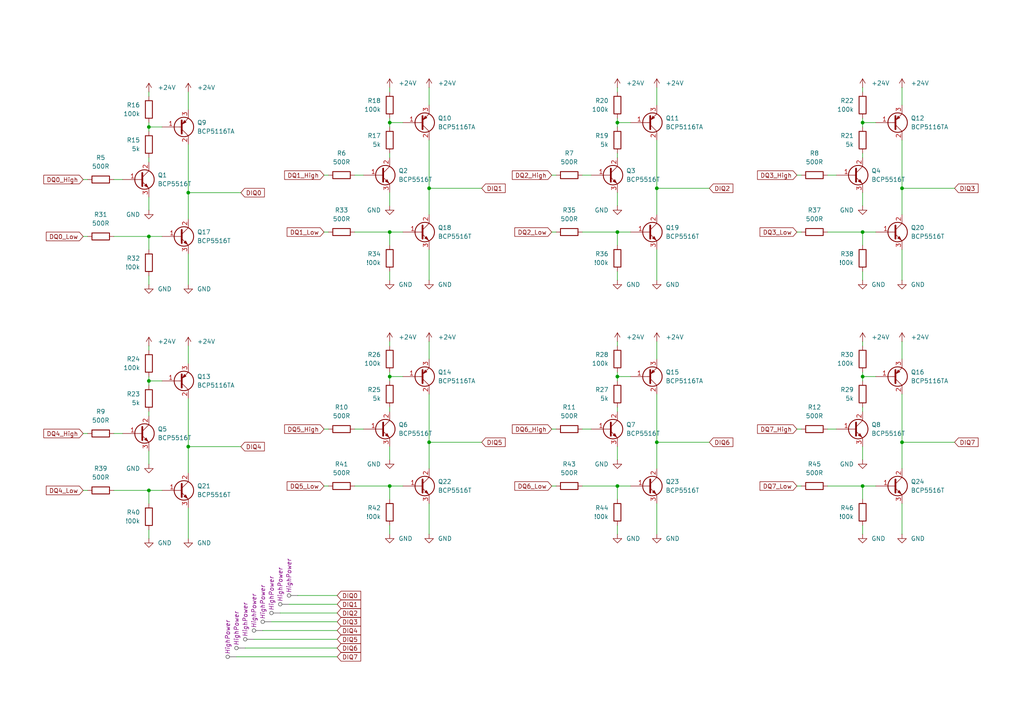
<source format=kicad_sch>
(kicad_sch (version 20231120) (generator "eeschema") (generator_version "8.0")
  (paper "A4")
  (title_block (title "PLC IO Module") (rev "1.0.0") (company "Dawid Kania"))
  (lib_symbols
    (symbol "Device:R" (pin_numbers hide) (pin_names (offset 0))
      (property "Reference" "R" (at 2.032 0 90))
      (property "Value" "R" (at 0 0 90))
      (symbol "R_0_1"
        (rectangle (start -1.016 -2.54) (end 1.016 2.54) (stroke (width 0.254)))
      )
      (symbol "R_1_1"
        (pin passive line (at 0 3.81 270) (length 1.27) (name "~") (number "1"))
        (pin passive line (at 0 -3.81 90) (length 1.27) (name "~") (number "2"))
      )
    )
    (symbol "Transistor_BJT:BCP51" (pin_names (offset 0) hide)
      (property "Reference" "Q" (at 5.08 1.905 0))
      (property "Value" "BCP51" (at 5.08 0 0))
      (symbol "BCP51_0_1"
        (polyline (pts (xy 0 0) (xy 0.635 0)))
        (polyline (pts (xy 2.54 -2.54) (xy 0.635 -0.635)))
        (polyline (pts (xy 2.54 2.54) (xy 0.635 0.635)))
        (polyline (pts (xy 0.635 1.905) (xy 0.635 -1.905) (xy 0.635 -1.905)) (stroke (width 0.508)) (fill (type outline)))
        (polyline (pts (xy 1.397 -1.905) (xy 1.905 -1.397) (xy 0.889 -0.889) (xy 1.397 -1.905) (xy 1.397 -1.905)) (fill (type outline)))
        (circle (center 1.27 0) (radius 2.8194) (stroke (width 0.254)))
      )
      (symbol "BCP51_1_1"
        (pin input line (at -5.08 0 0) (length 5.08) (name "B") (number "1"))
        (pin passive line (at 2.54 5.08 270) (length 2.54) (name "C") (number "2"))
        (pin passive line (at 2.54 -5.08 90) (length 2.54) (name "E") (number "3"))
      )
    )
    (symbol "Transistor_BJT:BCP56" (pin_names (offset 0) hide)
      (property "Reference" "Q" (at 5.08 1.905 0))
      (property "Value" "BCP56" (at 5.08 0 0))
      (symbol "BCP56_0_1"
        (polyline (pts (xy 0.635 0.635) (xy 2.54 2.54)))
        (polyline (pts (xy 0.635 -0.635) (xy 2.54 -2.54) (xy 2.54 -2.54)))
        (polyline (pts (xy 0.635 1.905) (xy 0.635 -1.905) (xy 0.635 -1.905)) (stroke (width 0.508)))
        (polyline (pts (xy 1.27 -1.778) (xy 1.778 -1.27) (xy 2.286 -2.286) (xy 1.27 -1.778) (xy 1.27 -1.778)) (fill (type outline)))
        (circle (center 1.27 0) (radius 2.8194) (stroke (width 0.254)))
      )
      (symbol "BCP56_1_1"
        (pin input line (at -5.08 0 0) (length 5.715) (name "B") (number "1"))
        (pin passive line (at 2.54 5.08 270) (length 2.54) (name "C") (number "2"))
        (pin passive line (at 2.54 -5.08 90) (length 2.54) (name "E") (number "3"))
        (pin passive line (at 2.54 5.08 270) (length 2.54) hide (name "C") (number "4"))
      )
    )
    (symbol "power:+24V" (power) (pin_numbers hide) (pin_names (offset 0) hide)
      (property "Value" "+24V" (at 0 3.556 0))
      (symbol "+24V_0_1"
        (polyline (pts (xy -0.762 1.27) (xy 0 2.54)))
        (polyline (pts (xy 0 0) (xy 0 2.54)))
        (polyline (pts (xy 0 2.54) (xy 0.762 1.27)))
      )
      (symbol "+24V_1_1"
        (pin power_in line (at 0 0 90) (length 0) (name "~") (number "1"))
      )
    )
    (symbol "power:GND" (power) (pin_numbers hide) (pin_names (offset 0) hide)
      (property "Value" "GND" (at 0 -3.81 0))
      (symbol "GND_0_1"
        (polyline (pts (xy 0 0) (xy 0 -1.27) (xy 1.27 -1.27) (xy 0 -2.54) (xy -1.27 -1.27) (xy 0 -1.27)))
      )
      (symbol "GND_1_1"
        (pin power_in line (at 0 0 270) (length 0) (name "~") (number "1"))
      )
    )
  )
  (junction (at 250.19 109.22))
  (junction (at 179.07 35.56))
  (junction (at 250.19 35.56))
  (junction (at 54.61 129.54))
  (junction (at 43.18 36.83))
  (junction (at 43.18 110.49))
  (junction (at 179.07 67.31))
  (junction (at 113.03 35.56))
  (junction (at 261.62 128.27))
  (junction (at 190.5 54.61))
  (junction (at 113.03 140.97))
  (junction (at 250.19 140.97))
  (junction (at 190.5 128.27))
  (junction (at 179.07 109.22))
  (junction (at 124.46 128.27))
  (junction (at 124.46 54.61))
  (junction (at 250.19 67.31))
  (junction (at 113.03 67.31))
  (junction (at 113.03 109.22))
  (junction (at 179.07 140.97))
  (junction (at 54.61 55.88))
  (junction (at 43.18 68.58))
  (junction (at 43.18 142.24))
  (junction (at 261.62 54.61))
  (wire (pts (xy 182.88 109.22) (xy 179.07 109.22)))
  (wire (pts (xy 168.91 124.46) (xy 171.45 124.46)))
  (wire (pts (xy 240.03 140.97) (xy 250.19 140.97)))
  (wire (pts (xy 179.07 78.74) (xy 179.07 81.28)))
  (wire (pts (xy 240.03 67.31) (xy 250.19 67.31)))
  (wire (pts (xy 33.02 125.73) (xy 35.56 125.73)))
  (wire (pts (xy 113.03 25.4) (xy 113.03 26.67)))
  (wire (pts (xy 113.03 55.88) (xy 113.03 59.69)))
  (wire (pts (xy 124.46 25.4) (xy 124.46 30.48)))
  (wire (pts (xy 93.98 50.8) (xy 95.25 50.8)))
  (wire (pts (xy 78.74 180.34) (xy 97.79 180.34)))
  (wire (pts (xy 24.13 125.73) (xy 25.4 125.73)))
  (wire (pts (xy 179.07 118.11) (xy 179.07 119.38)))
  (wire (pts (xy 179.07 25.4) (xy 179.07 26.67)))
  (wire (pts (xy 113.03 129.54) (xy 113.03 133.35)))
  (wire (pts (xy 179.07 67.31) (xy 182.88 67.31)))
  (wire (pts (xy 43.18 35.56) (xy 43.18 36.83)))
  (wire (pts (xy 261.62 128.27) (xy 261.62 135.89)))
  (wire (pts (xy 124.46 99.06) (xy 124.46 104.14)))
  (wire (pts (xy 43.18 130.81) (xy 43.18 134.62)))
  (wire (pts (xy 76.2 182.88) (xy 97.79 182.88)))
  (wire (pts (xy 190.5 25.4) (xy 190.5 30.48)))
  (wire (pts (xy 190.5 114.3) (xy 190.5 128.27)))
  (wire (pts (xy 179.07 152.4) (xy 179.07 154.94)))
  (wire (pts (xy 54.61 41.91) (xy 54.61 55.88)))
  (wire (pts (xy 54.61 55.88) (xy 69.85 55.88)))
  (wire (pts (xy 93.98 140.97) (xy 95.25 140.97)))
  (wire (pts (xy 124.46 40.64) (xy 124.46 54.61)))
  (wire (pts (xy 43.18 142.24) (xy 43.18 146.05)))
  (wire (pts (xy 43.18 80.01) (xy 43.18 82.55)))
  (wire (pts (xy 231.14 124.46) (xy 232.41 124.46)))
  (wire (pts (xy 124.46 54.61) (xy 139.7 54.61)))
  (wire (pts (xy 54.61 129.54) (xy 69.85 129.54)))
  (wire (pts (xy 113.03 140.97) (xy 116.84 140.97)))
  (wire (pts (xy 250.19 78.74) (xy 250.19 81.28)))
  (wire (pts (xy 33.02 68.58) (xy 43.18 68.58)))
  (wire (pts (xy 190.5 146.05) (xy 190.5 154.94)))
  (wire (pts (xy 179.07 55.88) (xy 179.07 59.69)))
  (wire (pts (xy 113.03 152.4) (xy 113.03 154.94)))
  (wire (pts (xy 73.66 185.42) (xy 97.79 185.42)))
  (wire (pts (xy 179.07 107.95) (xy 179.07 109.22)))
  (wire (pts (xy 254 109.22) (xy 250.19 109.22)))
  (wire (pts (xy 43.18 100.33) (xy 43.18 101.6)))
  (wire (pts (xy 102.87 140.97) (xy 113.03 140.97)))
  (wire (pts (xy 168.91 140.97) (xy 179.07 140.97)))
  (wire (pts (xy 250.19 99.06) (xy 250.19 100.33)))
  (wire (pts (xy 113.03 99.06) (xy 113.03 100.33)))
  (wire (pts (xy 250.19 34.29) (xy 250.19 35.56)))
  (wire (pts (xy 261.62 72.39) (xy 261.62 81.28)))
  (wire (pts (xy 179.07 99.06) (xy 179.07 100.33)))
  (wire (pts (xy 182.88 35.56) (xy 179.07 35.56)))
  (wire (pts (xy 43.18 110.49) (xy 43.18 111.76)))
  (wire (pts (xy 250.19 44.45) (xy 250.19 45.72)))
  (wire (pts (xy 261.62 114.3) (xy 261.62 128.27)))
  (wire (pts (xy 124.46 54.61) (xy 124.46 62.23)))
  (wire (pts (xy 231.14 67.31) (xy 232.41 67.31)))
  (wire (pts (xy 261.62 40.64) (xy 261.62 54.61)))
  (wire (pts (xy 113.03 67.31) (xy 116.84 67.31)))
  (wire (pts (xy 43.18 68.58) (xy 46.99 68.58)))
  (wire (pts (xy 160.02 50.8) (xy 161.29 50.8)))
  (wire (pts (xy 54.61 100.33) (xy 54.61 105.41)))
  (wire (pts (xy 168.91 50.8) (xy 171.45 50.8)))
  (wire (pts (xy 54.61 26.67) (xy 54.61 31.75)))
  (wire (pts (xy 54.61 73.66) (xy 54.61 82.55)))
  (wire (pts (xy 261.62 128.27) (xy 276.86 128.27)))
  (wire (pts (xy 190.5 40.64) (xy 190.5 54.61)))
  (wire (pts (xy 250.19 25.4) (xy 250.19 26.67)))
  (wire (pts (xy 43.18 26.67) (xy 43.18 27.94)))
  (wire (pts (xy 46.99 110.49) (xy 43.18 110.49)))
  (wire (pts (xy 124.46 114.3) (xy 124.46 128.27)))
  (wire (pts (xy 179.07 129.54) (xy 179.07 133.35)))
  (wire (pts (xy 113.03 78.74) (xy 113.03 81.28)))
  (wire (pts (xy 102.87 50.8) (xy 105.41 50.8)))
  (wire (pts (xy 240.03 124.46) (xy 242.57 124.46)))
  (wire (pts (xy 24.13 52.07) (xy 25.4 52.07)))
  (wire (pts (xy 93.98 67.31) (xy 95.25 67.31)))
  (wire (pts (xy 43.18 153.67) (xy 43.18 156.21)))
  (wire (pts (xy 124.46 128.27) (xy 139.7 128.27)))
  (wire (pts (xy 93.98 124.46) (xy 95.25 124.46)))
  (wire (pts (xy 168.91 67.31) (xy 179.07 67.31)))
  (wire (pts (xy 254 35.56) (xy 250.19 35.56)))
  (wire (pts (xy 250.19 152.4) (xy 250.19 154.94)))
  (wire (pts (xy 250.19 107.95) (xy 250.19 109.22)))
  (wire (pts (xy 71.12 187.96) (xy 97.79 187.96)))
  (wire (pts (xy 179.07 44.45) (xy 179.07 45.72)))
  (wire (pts (xy 261.62 54.61) (xy 261.62 62.23)))
  (wire (pts (xy 43.18 119.38) (xy 43.18 120.65)))
  (wire (pts (xy 43.18 45.72) (xy 43.18 46.99)))
  (wire (pts (xy 43.18 109.22) (xy 43.18 110.49)))
  (wire (pts (xy 116.84 35.56) (xy 113.03 35.56)))
  (wire (pts (xy 250.19 140.97) (xy 254 140.97)))
  (wire (pts (xy 179.07 140.97) (xy 179.07 144.78)))
  (wire (pts (xy 86.36 172.72) (xy 97.79 172.72)))
  (wire (pts (xy 261.62 146.05) (xy 261.62 154.94)))
  (wire (pts (xy 113.03 140.97) (xy 113.03 144.78)))
  (wire (pts (xy 113.03 118.11) (xy 113.03 119.38)))
  (wire (pts (xy 261.62 25.4) (xy 261.62 30.48)))
  (wire (pts (xy 124.46 72.39) (xy 124.46 81.28)))
  (wire (pts (xy 113.03 107.95) (xy 113.03 109.22)))
  (wire (pts (xy 250.19 55.88) (xy 250.19 59.69)))
  (wire (pts (xy 102.87 67.31) (xy 113.03 67.31)))
  (wire (pts (xy 54.61 129.54) (xy 54.61 137.16)))
  (wire (pts (xy 81.28 177.8) (xy 97.79 177.8)))
  (wire (pts (xy 102.87 124.46) (xy 105.41 124.46)))
  (wire (pts (xy 250.19 118.11) (xy 250.19 119.38)))
  (wire (pts (xy 250.19 67.31) (xy 250.19 71.12)))
  (wire (pts (xy 190.5 128.27) (xy 190.5 135.89)))
  (wire (pts (xy 261.62 99.06) (xy 261.62 104.14)))
  (wire (pts (xy 54.61 115.57) (xy 54.61 129.54)))
  (wire (pts (xy 54.61 55.88) (xy 54.61 63.5)))
  (wire (pts (xy 54.61 147.32) (xy 54.61 156.21)))
  (wire (pts (xy 43.18 57.15) (xy 43.18 60.96)))
  (wire (pts (xy 160.02 140.97) (xy 161.29 140.97)))
  (wire (pts (xy 261.62 54.61) (xy 276.86 54.61)))
  (wire (pts (xy 24.13 68.58) (xy 25.4 68.58)))
  (wire (pts (xy 43.18 36.83) (xy 43.18 38.1)))
  (wire (pts (xy 68.58 190.5) (xy 97.79 190.5)))
  (wire (pts (xy 240.03 50.8) (xy 242.57 50.8)))
  (wire (pts (xy 113.03 109.22) (xy 113.03 110.49)))
  (wire (pts (xy 250.19 109.22) (xy 250.19 110.49)))
  (wire (pts (xy 250.19 67.31) (xy 254 67.31)))
  (wire (pts (xy 113.03 35.56) (xy 113.03 36.83)))
  (wire (pts (xy 160.02 67.31) (xy 161.29 67.31)))
  (wire (pts (xy 190.5 99.06) (xy 190.5 104.14)))
  (wire (pts (xy 113.03 44.45) (xy 113.03 45.72)))
  (wire (pts (xy 179.07 109.22) (xy 179.07 110.49)))
  (wire (pts (xy 250.19 140.97) (xy 250.19 144.78)))
  (wire (pts (xy 124.46 146.05) (xy 124.46 154.94)))
  (wire (pts (xy 160.02 124.46) (xy 161.29 124.46)))
  (wire (pts (xy 113.03 67.31) (xy 113.03 71.12)))
  (wire (pts (xy 24.13 142.24) (xy 25.4 142.24)))
  (wire (pts (xy 179.07 35.56) (xy 179.07 36.83)))
  (wire (pts (xy 190.5 72.39) (xy 190.5 81.28)))
  (wire (pts (xy 46.99 36.83) (xy 43.18 36.83)))
  (wire (pts (xy 190.5 54.61) (xy 205.74 54.61)))
  (wire (pts (xy 190.5 128.27) (xy 205.74 128.27)))
  (wire (pts (xy 179.07 140.97) (xy 182.88 140.97)))
  (wire (pts (xy 179.07 34.29) (xy 179.07 35.56)))
  (wire (pts (xy 33.02 142.24) (xy 43.18 142.24)))
  (wire (pts (xy 83.82 175.26) (xy 97.79 175.26)))
  (wire (pts (xy 179.07 67.31) (xy 179.07 71.12)))
  (wire (pts (xy 33.02 52.07) (xy 35.56 52.07)))
  (wire (pts (xy 231.14 50.8) (xy 232.41 50.8)))
  (wire (pts (xy 190.5 54.61) (xy 190.5 62.23)))
  (wire (pts (xy 250.19 129.54) (xy 250.19 133.35)))
  (wire (pts (xy 124.46 128.27) (xy 124.46 135.89)))
  (wire (pts (xy 43.18 68.58) (xy 43.18 72.39)))
  (wire (pts (xy 113.03 34.29) (xy 113.03 35.56)))
  (wire (pts (xy 250.19 35.56) (xy 250.19 36.83)))
  (wire (pts (xy 43.18 142.24) (xy 46.99 142.24)))
  (wire (pts (xy 231.14 140.97) (xy 232.41 140.97)))
  (wire (pts (xy 116.84 109.22) (xy 113.03 109.22)))
  (global_label "DQ3_Low" (shape input) (at 231.14 67.31 180) (property "Intersheetrefs" "${INTERSHEET_REFS}" (effects (hide yes))))
  (global_label "DQ2_High" (shape input) (at 160.02 50.8 180) (property "Intersheetrefs" "${INTERSHEET_REFS}" (effects (hide yes))))
  (global_label "DQ5_Low" (shape input) (at 93.98 140.97 180) (property "Intersheetrefs" "${INTERSHEET_REFS}" (effects (hide yes))))
  (global_label "DQ4_High" (shape input) (at 24.13 125.73 180) (property "Intersheetrefs" "${INTERSHEET_REFS}" (effects (hide yes))))
  (global_label "DQ7_Low" (shape input) (at 231.14 140.97 180) (property "Intersheetrefs" "${INTERSHEET_REFS}" (effects (hide yes))))
  (global_label "DIQ4" (shape input) (at 97.79 182.88 0) (property "Intersheetrefs" "${INTERSHEET_REFS}" (effects (hide yes))))
  (global_label "DQ2_Low" (shape input) (at 160.02 67.31 180) (property "Intersheetrefs" "${INTERSHEET_REFS}" (effects (hide yes))))
  (global_label "DIQ5" (shape input) (at 97.79 185.42 0) (property "Intersheetrefs" "${INTERSHEET_REFS}" (effects (hide yes))))
  (global_label "DQ6_High" (shape input) (at 160.02 124.46 180) (property "Intersheetrefs" "${INTERSHEET_REFS}" (effects (hide yes))))
  (global_label "DQ3_High" (shape input) (at 231.14 50.8 180) (property "Intersheetrefs" "${INTERSHEET_REFS}" (effects (hide yes))))
  (global_label "DIQ2" (shape input) (at 97.79 177.8 0) (property "Intersheetrefs" "${INTERSHEET_REFS}" (effects (hide yes))))
  (global_label "DQ6_Low" (shape input) (at 160.02 140.97 180) (property "Intersheetrefs" "${INTERSHEET_REFS}" (effects (hide yes))))
  (global_label "DQ1_High" (shape input) (at 93.98 50.8 180) (property "Intersheetrefs" "${INTERSHEET_REFS}" (effects (hide yes))))
  (global_label "DIQ6" (shape input) (at 205.74 128.27 0) (property "Intersheetrefs" "${INTERSHEET_REFS}" (effects (hide yes))))
  (global_label "DIQ2" (shape input) (at 205.74 54.61 0) (property "Intersheetrefs" "${INTERSHEET_REFS}" (effects (hide yes))))
  (global_label "DIQ0" (shape input) (at 97.79 172.72 0) (property "Intersheetrefs" "${INTERSHEET_REFS}" (effects (hide yes))))
  (global_label "DIQ7" (shape input) (at 97.79 190.5 0) (property "Intersheetrefs" "${INTERSHEET_REFS}" (effects (hide yes))))
  (global_label "DQ4_Low" (shape input) (at 24.13 142.24 180) (property "Intersheetrefs" "${INTERSHEET_REFS}" (effects (hide yes))))
  (global_label "DIQ6" (shape input) (at 97.79 187.96 0) (property "Intersheetrefs" "${INTERSHEET_REFS}" (effects (hide yes))))
  (global_label "DIQ1" (shape input) (at 97.79 175.26 0) (property "Intersheetrefs" "${INTERSHEET_REFS}" (effects (hide yes))))
  (global_label "DIQ7" (shape input) (at 276.86 128.27 0) (property "Intersheetrefs" "${INTERSHEET_REFS}" (effects (hide yes))))
  (global_label "DIQ5" (shape input) (at 139.7 128.27 0) (property "Intersheetrefs" "${INTERSHEET_REFS}" (effects (hide yes))))
  (global_label "DQ0_Low" (shape input) (at 24.13 68.58 180) (property "Intersheetrefs" "${INTERSHEET_REFS}" (effects (hide yes))))
  (global_label "DIQ1" (shape input) (at 139.7 54.61 0) (property "Intersheetrefs" "${INTERSHEET_REFS}" (effects (hide yes))))
  (global_label "DQ1_Low" (shape input) (at 93.98 67.31 180) (property "Intersheetrefs" "${INTERSHEET_REFS}" (effects (hide yes))))
  (global_label "DIQ0" (shape input) (at 69.85 55.88 0) (property "Intersheetrefs" "${INTERSHEET_REFS}" (effects (hide yes))))
  (global_label "DQ7_High" (shape input) (at 231.14 124.46 180) (property "Intersheetrefs" "${INTERSHEET_REFS}" (effects (hide yes))))
  (global_label "DIQ3" (shape input) (at 276.86 54.61 0) (property "Intersheetrefs" "${INTERSHEET_REFS}" (effects (hide yes))))
  (global_label "DQ0_High" (shape input) (at 24.13 52.07 180) (property "Intersheetrefs" "${INTERSHEET_REFS}" (effects (hide yes))))
  (global_label "DIQ4" (shape input) (at 69.85 129.54 0) (property "Intersheetrefs" "${INTERSHEET_REFS}" (effects (hide yes))))
  (global_label "DIQ3" (shape input) (at 97.79 180.34 0) (property "Intersheetrefs" "${INTERSHEET_REFS}" (effects (hide yes))))
  (global_label "DQ5_High" (shape input) (at 93.98 124.46 180) (property "Intersheetrefs" "${INTERSHEET_REFS}" (effects (hide yes))))
  (netclass_flag "" (length 2.54) (shape round) (at 73.66 185.42 90) (property "Netclass" "HighPower" (at 71.12 184.7215 90) (effects (font (italic yes)) (justify left))))
  (netclass_flag "" (length 2.54) (shape round) (at 78.74 180.34 90) (property "Netclass" "HighPower" (at 76.2 179.6415 90) (effects (font (italic yes)) (justify left))))
  (netclass_flag "" (length 2.54) (shape round) (at 81.28 177.8 90) (property "Netclass" "HighPower" (at 78.74 177.1015 90) (effects (font (italic yes)) (justify left))))
  (netclass_flag "" (length 2.54) (shape round) (at 76.2 182.88 90) (property "Netclass" "HighPower" (at 73.66 182.1815 90) (effects (font (italic yes)) (justify left))))
  (netclass_flag "" (length 2.54) (shape round) (at 83.82 175.26 90) (property "Netclass" "HighPower" (at 81.28 174.5615 90) (effects (font (italic yes)) (justify left))))
  (netclass_flag "" (length 2.54) (shape round) (at 68.58 190.5 90) (property "Netclass" "HighPower" (at 66.04 189.8015 90) (effects (font (italic yes)) (justify left))))
  (netclass_flag "" (length 2.54) (shape round) (at 86.36 172.72 90) (property "Netclass" "HighPower" (at 83.82 172.0215 90) (effects (font (italic yes)) (justify left))))
  (netclass_flag "" (length 2.54) (shape round) (at 71.12 187.96 90) (property "Netclass" "HighPower" (at 68.58 187.2615 90) (effects (font (italic yes)) (justify left))))
  (symbol (lib_id "Device:R") (at 113.03 30.48 0) (unit 1)
    (property "Reference" "R18" (at 110.49 29.2099 0) (effects (justify right)))
    (property "Value" "100k" (at 110.49 31.7499 0) (effects (justify right)))
    (property "Footprint" "Resistor_SMD:R_0805_2012Metric" (effects (hide yes)))
    (property "Description" "Resistor" (effects (hide yes)))
  )
  (symbol (lib_id "power:GND") (at 179.07 154.94 0) (unit 1)
    (property "Reference" "#PWR0226" (effects (hide yes)))
    (property "Value" "GND" (at 181.61 156.2099 0) (effects (justify left)))
    (property "Description" "Power symbol creates a global label with name \"GND\" , ground" (effects (hide yes)))
  )
  (symbol (lib_id "Device:R") (at 113.03 148.59 180) (unit 1)
    (property "Reference" "R42" (at 110.49 147.3199 0) (effects (justify left)))
    (property "Value" "!00k" (at 110.49 149.8599 0) (effects (justify left)))
    (property "Footprint" "Resistor_SMD:R_0805_2012Metric" (effects (hide yes)))
    (property "Description" "Resistor" (effects (hide yes)))
  )
  (symbol (lib_id "Device:R") (at 29.21 52.07 90) (unit 1)
    (property "Reference" "R5" (at 29.21 45.72 90))
    (property "Value" "500R" (at 29.21 48.26 90))
    (property "Footprint" "Resistor_SMD:R_0805_2012Metric" (effects (hide yes)))
    (property "Description" "Resistor" (effects (hide yes)))
  )
  (symbol (lib_id "power:+24V") (at 250.19 25.4 0) (unit 1)
    (property "Reference" "#PWR0231" (effects (hide yes)))
    (property "Value" "+24V" (at 252.73 24.1299 0) (effects (justify left)))
    (property "Description" "Power symbol creates a global label with name \"+24V\"" (effects (hide yes)))
  )
  (symbol (lib_id "Device:R") (at 113.03 114.3 0) (unit 1)
    (property "Reference" "R25" (at 110.49 113.0299 0) (effects (justify right)))
    (property "Value" "5k" (at 110.49 115.5699 0) (effects (justify right)))
    (property "Footprint" "Resistor_SMD:R_0805_2012Metric" (effects (hide yes)))
    (property "Description" "Resistor" (effects (hide yes)))
  )
  (symbol (lib_id "Device:R") (at 250.19 114.3 0) (unit 1)
    (property "Reference" "R29" (at 247.65 113.0299 0) (effects (justify right)))
    (property "Value" "5k" (at 247.65 115.5699 0) (effects (justify right)))
    (property "Footprint" "Resistor_SMD:R_0805_2012Metric" (effects (hide yes)))
    (property "Description" "Resistor" (effects (hide yes)))
  )
  (symbol (lib_id "power:+24V") (at 54.61 26.67 0) (unit 1)
    (property "Reference" "#PWR0207" (effects (hide yes)))
    (property "Value" "+24V" (at 57.15 25.3999 0) (effects (justify left)))
    (property "Description" "Power symbol creates a global label with name \"+24V\"" (effects (hide yes)))
  )
  (symbol (lib_id "power:GND") (at 54.61 82.55 0) (unit 1)
    (property "Reference" "#PWR0208" (effects (hide yes)))
    (property "Value" "GND" (at 57.15 83.8199 0) (effects (justify left)))
    (property "Description" "Power symbol creates a global label with name \"GND\" , ground" (effects (hide yes)))
  )
  (symbol (lib_id "power:GND") (at 261.62 81.28 0) (unit 1)
    (property "Reference" "#PWR0238" (effects (hide yes)))
    (property "Value" "GND" (at 264.16 82.5499 0) (effects (justify left)))
    (property "Description" "Power symbol creates a global label with name \"GND\" , ground" (effects (hide yes)))
  )
  (symbol (lib_id "power:GND") (at 179.07 59.69 0) (unit 1)
    (property "Reference" "#PWR0222" (effects (hide yes)))
    (property "Value" "GND" (at 176.53 60.9599 0) (effects (justify right)))
    (property "Description" "Power symbol creates a global label with name \"GND\" , ground" (effects (hide yes)))
  )
  (symbol (lib_id "Device:R") (at 250.19 74.93 180) (unit 1)
    (property "Reference" "R38" (at 247.65 73.6599 0) (effects (justify left)))
    (property "Value" "!00k" (at 247.65 76.1999 0) (effects (justify left)))
    (property "Footprint" "Resistor_SMD:R_0805_2012Metric" (effects (hide yes)))
    (property "Description" "Resistor" (effects (hide yes)))
  )
  (symbol (lib_id "Device:R") (at 165.1 67.31 90) (unit 1)
    (property "Reference" "R35" (at 165.1 60.96 90))
    (property "Value" "500R" (at 165.1 63.5 90))
    (property "Footprint" "Resistor_SMD:R_0805_2012Metric" (effects (hide yes)))
    (property "Description" "Resistor" (effects (hide yes)))
  )
  (symbol (lib_id "power:GND") (at 250.19 81.28 0) (unit 1)
    (property "Reference" "#PWR0233" (effects (hide yes)))
    (property "Value" "GND" (at 252.73 82.5499 0) (effects (justify left)))
    (property "Description" "Power symbol creates a global label with name \"GND\" , ground" (effects (hide yes)))
  )
  (symbol (lib_id "Device:R") (at 165.1 140.97 90) (unit 1)
    (property "Reference" "R43" (at 165.1 134.62 90))
    (property "Value" "500R" (at 165.1 137.16 90))
    (property "Footprint" "Resistor_SMD:R_0805_2012Metric" (effects (hide yes)))
    (property "Description" "Resistor" (effects (hide yes)))
  )
  (symbol (lib_id "Transistor_BJT:BCP56") (at 110.49 50.8 0) (unit 1)
    (property "Reference" "Q2" (at 115.57 49.5299 0) (effects (justify left)))
    (property "Value" "BCP5516T" (at 115.57 52.0699 0) (effects (justify left)))
    (property "Footprint" "Package_TO_SOT_SMD:SOT-223-3_TabPin2" (effects (hide yes)))
    (property "Datasheet" "https://www.tme.eu/Document/4a8a48a4530fe82bf56c34437aedd277/BCP54_55_56.pdf" (effects (hide yes)))
    (property "Description" "1A Ic, 80V Vce, NPN Medium Power Transistor, SOT-223" (effects (hide yes)))
  )
  (symbol (lib_id "Transistor_BJT:BCP56") (at 187.96 67.31 0) (unit 1)
    (property "Reference" "Q19" (at 193.04 66.0399 0) (effects (justify left)))
    (property "Value" "BCP5516T" (at 193.04 68.5799 0) (effects (justify left)))
    (property "Footprint" "Package_TO_SOT_SMD:SOT-223-3_TabPin2" (effects (hide yes)))
    (property "Datasheet" "https://www.tme.eu/Document/4a8a48a4530fe82bf56c34437aedd277/BCP54_55_56.pdf" (effects (hide yes)))
    (property "Description" "1A Ic, 80V Vce, NPN Medium Power Transistor, SOT-223" (effects (hide yes)))
  )
  (symbol (lib_id "power:+24V") (at 54.61 100.33 0) (unit 1)
    (property "Reference" "#PWR0209" (effects (hide yes)))
    (property "Value" "+24V" (at 57.15 99.0599 0) (effects (justify left)))
    (property "Description" "Power symbol creates a global label with name \"+24V\"" (effects (hide yes)))
  )
  (symbol (lib_id "Device:R") (at 179.07 104.14 0) (unit 1)
    (property "Reference" "R28" (at 176.53 102.8699 0) (effects (justify right)))
    (property "Value" "100k" (at 176.53 105.4099 0) (effects (justify right)))
    (property "Footprint" "Resistor_SMD:R_0805_2012Metric" (effects (hide yes)))
    (property "Description" "Resistor" (effects (hide yes)))
  )
  (symbol (lib_id "Device:R") (at 99.06 67.31 90) (unit 1)
    (property "Reference" "R33" (at 99.06 60.96 90))
    (property "Value" "500R" (at 99.06 63.5 90))
    (property "Footprint" "Resistor_SMD:R_0805_2012Metric" (effects (hide yes)))
    (property "Description" "Resistor" (effects (hide yes)))
  )
  (symbol (lib_id "power:+24V") (at 250.19 99.06 0) (unit 1)
    (property "Reference" "#PWR0234" (effects (hide yes)))
    (property "Value" "+24V" (at 252.73 97.7899 0) (effects (justify left)))
    (property "Description" "Power symbol creates a global label with name \"+24V\"" (effects (hide yes)))
  )
  (symbol (lib_id "Device:R") (at 179.07 148.59 180) (unit 1)
    (property "Reference" "R44" (at 176.53 147.3199 0) (effects (justify left)))
    (property "Value" "!00k" (at 176.53 149.8599 0) (effects (justify left)))
    (property "Footprint" "Resistor_SMD:R_0805_2012Metric" (effects (hide yes)))
    (property "Description" "Resistor" (effects (hide yes)))
  )
  (symbol (lib_id "power:GND") (at 261.62 154.94 0) (unit 1)
    (property "Reference" "#PWR0240" (effects (hide yes)))
    (property "Value" "GND" (at 264.16 156.2099 0) (effects (justify left)))
    (property "Description" "Power symbol creates a global label with name \"GND\" , ground" (effects (hide yes)))
  )
  (symbol (lib_id "Device:R") (at 236.22 124.46 90) (unit 1)
    (property "Reference" "R12" (at 236.22 118.11 90))
    (property "Value" "500R" (at 236.22 120.65 90))
    (property "Footprint" "Resistor_SMD:R_0805_2012Metric" (effects (hide yes)))
    (property "Description" "Resistor" (effects (hide yes)))
  )
  (symbol (lib_id "power:+24V") (at 124.46 99.06 0) (unit 1)
    (property "Reference" "#PWR0219" (effects (hide yes)))
    (property "Value" "+24V" (at 127 97.7899 0) (effects (justify left)))
    (property "Description" "Power symbol creates a global label with name \"+24V\"" (effects (hide yes)))
  )
  (symbol (lib_id "Device:R") (at 250.19 40.64 0) (unit 1)
    (property "Reference" "R21" (at 247.65 39.3699 0) (effects (justify right)))
    (property "Value" "5k" (at 247.65 41.9099 0) (effects (justify right)))
    (property "Footprint" "Resistor_SMD:R_0805_2012Metric" (effects (hide yes)))
    (property "Description" "Resistor" (effects (hide yes)))
  )
  (symbol (lib_id "Transistor_BJT:BCP56") (at 121.92 140.97 0) (unit 1)
    (property "Reference" "Q22" (at 127 139.6999 0) (effects (justify left)))
    (property "Value" "BCP5516T" (at 127 142.2399 0) (effects (justify left)))
    (property "Footprint" "Package_TO_SOT_SMD:SOT-223-3_TabPin2" (effects (hide yes)))
    (property "Datasheet" "https://www.tme.eu/Document/4a8a48a4530fe82bf56c34437aedd277/BCP54_55_56.pdf" (effects (hide yes)))
    (property "Description" "1A Ic, 80V Vce, NPN Medium Power Transistor, SOT-223" (effects (hide yes)))
  )
  (symbol (lib_id "power:GND") (at 190.5 81.28 0) (unit 1)
    (property "Reference" "#PWR0228" (effects (hide yes)))
    (property "Value" "GND" (at 193.04 82.5499 0) (effects (justify left)))
    (property "Description" "Power symbol creates a global label with name \"GND\" , ground" (effects (hide yes)))
  )
  (symbol (lib_id "power:GND") (at 43.18 156.21 0) (unit 1)
    (property "Reference" "#PWR0206" (effects (hide yes)))
    (property "Value" "GND" (at 45.72 157.4799 0) (effects (justify left)))
    (property "Description" "Power symbol creates a global label with name \"GND\" , ground" (effects (hide yes)))
  )
  (symbol (lib_id "Device:R") (at 250.19 30.48 0) (unit 1)
    (property "Reference" "R22" (at 247.65 29.2099 0) (effects (justify right)))
    (property "Value" "100k" (at 247.65 31.7499 0) (effects (justify right)))
    (property "Footprint" "Resistor_SMD:R_0805_2012Metric" (effects (hide yes)))
    (property "Description" "Resistor" (effects (hide yes)))
  )
  (symbol (lib_id "power:GND") (at 43.18 134.62 0) (unit 1)
    (property "Reference" "#PWR0205" (effects (hide yes)))
    (property "Value" "GND" (at 40.64 135.8899 0) (effects (justify right)))
    (property "Description" "Power symbol creates a global label with name \"GND\" , ground" (effects (hide yes)))
  )
  (symbol (lib_id "power:+24V") (at 113.03 99.06 0) (unit 1)
    (property "Reference" "#PWR0214" (effects (hide yes)))
    (property "Value" "+24V" (at 115.57 97.7899 0) (effects (justify left)))
    (property "Description" "Power symbol creates a global label with name \"+24V\"" (effects (hide yes)))
  )
  (symbol (lib_id "power:+24V") (at 190.5 99.06 0) (unit 1)
    (property "Reference" "#PWR0229" (effects (hide yes)))
    (property "Value" "+24V" (at 193.04 97.7899 0) (effects (justify left)))
    (property "Description" "Power symbol creates a global label with name \"+24V\"" (effects (hide yes)))
  )
  (symbol (lib_id "Transistor_BJT:BCP56") (at 259.08 67.31 0) (unit 1)
    (property "Reference" "Q20" (at 264.16 66.0399 0) (effects (justify left)))
    (property "Value" "BCP5516T" (at 264.16 68.5799 0) (effects (justify left)))
    (property "Footprint" "Package_TO_SOT_SMD:SOT-223-3_TabPin2" (effects (hide yes)))
    (property "Datasheet" "https://www.tme.eu/Document/4a8a48a4530fe82bf56c34437aedd277/BCP54_55_56.pdf" (effects (hide yes)))
    (property "Description" "1A Ic, 80V Vce, NPN Medium Power Transistor, SOT-223" (effects (hide yes)))
  )
  (symbol (lib_id "power:GND") (at 250.19 154.94 0) (unit 1)
    (property "Reference" "#PWR0236" (effects (hide yes)))
    (property "Value" "GND" (at 252.73 156.2099 0) (effects (justify left)))
    (property "Description" "Power symbol creates a global label with name \"GND\" , ground" (effects (hide yes)))
  )
  (symbol (lib_id "Transistor_BJT:BCP51") (at 259.08 109.22 0) (mirror x) (unit 1)
    (property "Reference" "Q16" (at 264.16 107.9499 0) (effects (justify left)))
    (property "Value" "BCP5116TA" (at 264.16 110.4899 0) (effects (justify left)))
    (property "Footprint" "Package_TO_SOT_SMD:SOT-223-3_TabPin2" (effects (hide yes)))
    (property "Datasheet" "https://www.tme.eu/Document/083a85872ac7427f789ef0bd9135ac1d/BCP51_52_53.pdf" (effects (hide yes)))
    (property "Description" "1A Ic, 45V Vce, PNP Medium Power Transistor, SOT-223" (effects (hide yes)))
  )
  (symbol (lib_id "power:GND") (at 124.46 154.94 0) (unit 1)
    (property "Reference" "#PWR0220" (effects (hide yes)))
    (property "Value" "GND" (at 127 156.2099 0) (effects (justify left)))
    (property "Description" "Power symbol creates a global label with name \"GND\" , ground" (effects (hide yes)))
  )
  (symbol (lib_id "Device:R") (at 43.18 31.75 0) (unit 1)
    (property "Reference" "R16" (at 40.64 30.4799 0) (effects (justify right)))
    (property "Value" "100k" (at 40.64 33.0199 0) (effects (justify right)))
    (property "Footprint" "Resistor_SMD:R_0805_2012Metric" (effects (hide yes)))
    (property "Description" "Resistor" (effects (hide yes)))
  )
  (symbol (lib_id "Transistor_BJT:BCP56") (at 121.92 67.31 0) (unit 1)
    (property "Reference" "Q18" (at 127 66.0399 0) (effects (justify left)))
    (property "Value" "BCP5516T" (at 127 68.5799 0) (effects (justify left)))
    (property "Footprint" "Package_TO_SOT_SMD:SOT-223-3_TabPin2" (effects (hide yes)))
    (property "Datasheet" "https://www.tme.eu/Document/4a8a48a4530fe82bf56c34437aedd277/BCP54_55_56.pdf" (effects (hide yes)))
    (property "Description" "1A Ic, 80V Vce, NPN Medium Power Transistor, SOT-223" (effects (hide yes)))
  )
  (symbol (lib_id "Device:R") (at 236.22 67.31 90) (unit 1)
    (property "Reference" "R37" (at 236.22 60.96 90))
    (property "Value" "500R" (at 236.22 63.5 90))
    (property "Footprint" "Resistor_SMD:R_0805_2012Metric" (effects (hide yes)))
    (property "Description" "Resistor" (effects (hide yes)))
  )
  (symbol (lib_id "Transistor_BJT:BCP56") (at 52.07 142.24 0) (unit 1)
    (property "Reference" "Q21" (at 57.15 140.9699 0) (effects (justify left)))
    (property "Value" "BCP5516T" (at 57.15 143.5099 0) (effects (justify left)))
    (property "Footprint" "Package_TO_SOT_SMD:SOT-223-3_TabPin2" (effects (hide yes)))
    (property "Datasheet" "https://www.tme.eu/Document/4a8a48a4530fe82bf56c34437aedd277/BCP54_55_56.pdf" (effects (hide yes)))
    (property "Description" "1A Ic, 80V Vce, NPN Medium Power Transistor, SOT-223" (effects (hide yes)))
  )
  (symbol (lib_id "Device:R") (at 43.18 115.57 0) (unit 1)
    (property "Reference" "R23" (at 40.64 114.2999 0) (effects (justify right)))
    (property "Value" "5k" (at 40.64 116.8399 0) (effects (justify right)))
    (property "Footprint" "Resistor_SMD:R_0805_2012Metric" (effects (hide yes)))
    (property "Description" "Resistor" (effects (hide yes)))
  )
  (symbol (lib_id "power:+24V") (at 43.18 26.67 0) (unit 1)
    (property "Reference" "#PWR0201" (effects (hide yes)))
    (property "Value" "+24V" (at 45.72 25.3999 0) (effects (justify left)))
    (property "Description" "Power symbol creates a global label with name \"+24V\"" (effects (hide yes)))
  )
  (symbol (lib_id "power:GND") (at 113.03 133.35 0) (unit 1)
    (property "Reference" "#PWR0215" (effects (hide yes)))
    (property "Value" "GND" (at 110.49 134.6199 0) (effects (justify right)))
    (property "Description" "Power symbol creates a global label with name \"GND\" , ground" (effects (hide yes)))
  )
  (symbol (lib_id "Device:R") (at 165.1 50.8 90) (unit 1)
    (property "Reference" "R7" (at 165.1 44.45 90))
    (property "Value" "500R" (at 165.1 46.99 90))
    (property "Footprint" "Resistor_SMD:R_0805_2012Metric" (effects (hide yes)))
    (property "Description" "Resistor" (effects (hide yes)))
  )
  (symbol (lib_id "Device:R") (at 29.21 68.58 90) (unit 1)
    (property "Reference" "R31" (at 29.21 62.23 90))
    (property "Value" "500R" (at 29.21 64.77 90))
    (property "Footprint" "Resistor_SMD:R_0805_2012Metric" (effects (hide yes)))
    (property "Description" "Resistor" (effects (hide yes)))
  )
  (symbol (lib_id "Transistor_BJT:BCP56") (at 259.08 140.97 0) (unit 1)
    (property "Reference" "Q24" (at 264.16 139.6999 0) (effects (justify left)))
    (property "Value" "BCP5516T" (at 264.16 142.2399 0) (effects (justify left)))
    (property "Footprint" "Package_TO_SOT_SMD:SOT-223-3_TabPin2" (effects (hide yes)))
    (property "Datasheet" "https://www.tme.eu/Document/4a8a48a4530fe82bf56c34437aedd277/BCP54_55_56.pdf" (effects (hide yes)))
    (property "Description" "1A Ic, 80V Vce, NPN Medium Power Transistor, SOT-223" (effects (hide yes)))
  )
  (symbol (lib_id "Transistor_BJT:BCP51") (at 52.07 110.49 0) (mirror x) (unit 1)
    (property "Reference" "Q13" (at 57.15 109.2199 0) (effects (justify left)))
    (property "Value" "BCP5116TA" (at 57.15 111.7599 0) (effects (justify left)))
    (property "Footprint" "Package_TO_SOT_SMD:SOT-223-3_TabPin2" (effects (hide yes)))
    (property "Datasheet" "https://www.tme.eu/Document/083a85872ac7427f789ef0bd9135ac1d/BCP51_52_53.pdf" (effects (hide yes)))
    (property "Description" "1A Ic, 45V Vce, PNP Medium Power Transistor, SOT-223" (effects (hide yes)))
  )
  (symbol (lib_id "Transistor_BJT:BCP56") (at 176.53 50.8 0) (unit 1)
    (property "Reference" "Q3" (at 181.61 49.5299 0) (effects (justify left)))
    (property "Value" "BCP5516T" (at 181.61 52.0699 0) (effects (justify left)))
    (property "Footprint" "Package_TO_SOT_SMD:SOT-223-3_TabPin2" (effects (hide yes)))
    (property "Datasheet" "https://www.tme.eu/Document/4a8a48a4530fe82bf56c34437aedd277/BCP54_55_56.pdf" (effects (hide yes)))
    (property "Description" "1A Ic, 80V Vce, NPN Medium Power Transistor, SOT-223" (effects (hide yes)))
  )
  (symbol (lib_id "Device:R") (at 43.18 76.2 180) (unit 1)
    (property "Reference" "R32" (at 40.64 74.9299 0) (effects (justify left)))
    (property "Value" "!00k" (at 40.64 77.4699 0) (effects (justify left)))
    (property "Footprint" "Resistor_SMD:R_0805_2012Metric" (effects (hide yes)))
    (property "Description" "Resistor" (effects (hide yes)))
  )
  (symbol (lib_id "Transistor_BJT:BCP56") (at 176.53 124.46 0) (unit 1)
    (property "Reference" "Q7" (at 181.61 123.1899 0) (effects (justify left)))
    (property "Value" "BCP5516T" (at 181.61 125.7299 0) (effects (justify left)))
    (property "Footprint" "Package_TO_SOT_SMD:SOT-223-3_TabPin2" (effects (hide yes)))
    (property "Datasheet" "https://www.tme.eu/Document/4a8a48a4530fe82bf56c34437aedd277/BCP54_55_56.pdf" (effects (hide yes)))
    (property "Description" "1A Ic, 80V Vce, NPN Medium Power Transistor, SOT-223" (effects (hide yes)))
  )
  (symbol (lib_id "power:GND") (at 250.19 133.35 0) (unit 1)
    (property "Reference" "#PWR0235" (effects (hide yes)))
    (property "Value" "GND" (at 247.65 134.6199 0) (effects (justify right)))
    (property "Description" "Power symbol creates a global label with name \"GND\" , ground" (effects (hide yes)))
  )
  (symbol (lib_id "power:GND") (at 43.18 82.55 0) (unit 1)
    (property "Reference" "#PWR0203" (effects (hide yes)))
    (property "Value" "GND" (at 45.72 83.8199 0) (effects (justify left)))
    (property "Description" "Power symbol creates a global label with name \"GND\" , ground" (effects (hide yes)))
  )
  (symbol (lib_id "Transistor_BJT:BCP51") (at 121.92 109.22 0) (mirror x) (unit 1)
    (property "Reference" "Q14" (at 127 107.9499 0) (effects (justify left)))
    (property "Value" "BCP5116TA" (at 127 110.4899 0) (effects (justify left)))
    (property "Footprint" "Package_TO_SOT_SMD:SOT-223-3_TabPin2" (effects (hide yes)))
    (property "Datasheet" "https://www.tme.eu/Document/083a85872ac7427f789ef0bd9135ac1d/BCP51_52_53.pdf" (effects (hide yes)))
    (property "Description" "1A Ic, 45V Vce, PNP Medium Power Transistor, SOT-223" (effects (hide yes)))
  )
  (symbol (lib_id "Transistor_BJT:BCP51") (at 187.96 35.56 0) (mirror x) (unit 1)
    (property "Reference" "Q11" (at 193.04 34.2899 0) (effects (justify left)))
    (property "Value" "BCP5116TA" (at 193.04 36.8299 0) (effects (justify left)))
    (property "Footprint" "Package_TO_SOT_SMD:SOT-223-3_TabPin2" (effects (hide yes)))
    (property "Datasheet" "https://www.tme.eu/Document/083a85872ac7427f789ef0bd9135ac1d/BCP51_52_53.pdf" (effects (hide yes)))
    (property "Description" "1A Ic, 45V Vce, PNP Medium Power Transistor, SOT-223" (effects (hide yes)))
  )
  (symbol (lib_id "power:+24V") (at 124.46 25.4 0) (unit 1)
    (property "Reference" "#PWR0217" (effects (hide yes)))
    (property "Value" "+24V" (at 127 24.1299 0) (effects (justify left)))
    (property "Description" "Power symbol creates a global label with name \"+24V\"" (effects (hide yes)))
  )
  (symbol (lib_id "Device:R") (at 165.1 124.46 90) (unit 1)
    (property "Reference" "R11" (at 165.1 118.11 90))
    (property "Value" "500R" (at 165.1 120.65 90))
    (property "Footprint" "Resistor_SMD:R_0805_2012Metric" (effects (hide yes)))
    (property "Description" "Resistor" (effects (hide yes)))
  )
  (symbol (lib_id "power:GND") (at 124.46 81.28 0) (unit 1)
    (property "Reference" "#PWR0218" (effects (hide yes)))
    (property "Value" "GND" (at 127 82.5499 0) (effects (justify left)))
    (property "Description" "Power symbol creates a global label with name \"GND\" , ground" (effects (hide yes)))
  )
  (symbol (lib_id "Device:R") (at 99.06 50.8 90) (unit 1)
    (property "Reference" "R6" (at 99.06 44.45 90))
    (property "Value" "500R" (at 99.06 46.99 90))
    (property "Footprint" "Resistor_SMD:R_0805_2012Metric" (effects (hide yes)))
    (property "Description" "Resistor" (effects (hide yes)))
  )
  (symbol (lib_id "Device:R") (at 250.19 148.59 180) (unit 1)
    (property "Reference" "R46" (at 247.65 147.3199 0) (effects (justify left)))
    (property "Value" "!00k" (at 247.65 149.8599 0) (effects (justify left)))
    (property "Footprint" "Resistor_SMD:R_0805_2012Metric" (effects (hide yes)))
    (property "Description" "Resistor" (effects (hide yes)))
  )
  (symbol (lib_id "Device:R") (at 29.21 142.24 90) (unit 1)
    (property "Reference" "R39" (at 29.21 135.89 90))
    (property "Value" "500R" (at 29.21 138.43 90))
    (property "Footprint" "Resistor_SMD:R_0805_2012Metric" (effects (hide yes)))
    (property "Description" "Resistor" (effects (hide yes)))
  )
  (symbol (lib_id "Device:R") (at 113.03 40.64 0) (unit 1)
    (property "Reference" "R17" (at 110.49 39.3699 0) (effects (justify right)))
    (property "Value" "5k" (at 110.49 41.9099 0) (effects (justify right)))
    (property "Footprint" "Resistor_SMD:R_0805_2012Metric" (effects (hide yes)))
    (property "Description" "Resistor" (effects (hide yes)))
  )
  (symbol (lib_id "Transistor_BJT:BCP51") (at 52.07 36.83 0) (mirror x) (unit 1)
    (property "Reference" "Q9" (at 57.15 35.5599 0) (effects (justify left)))
    (property "Value" "BCP5116TA" (at 57.15 38.0999 0) (effects (justify left)))
    (property "Footprint" "Package_TO_SOT_SMD:SOT-223-3_TabPin2" (effects (hide yes)))
    (property "Datasheet" "https://www.tme.eu/Document/083a85872ac7427f789ef0bd9135ac1d/BCP51_52_53.pdf" (effects (hide yes)))
    (property "Description" "1A Ic, 45V Vce, PNP Medium Power Transistor, SOT-223" (effects (hide yes)))
  )
  (symbol (lib_id "power:GND") (at 113.03 154.94 0) (unit 1)
    (property "Reference" "#PWR0216" (effects (hide yes)))
    (property "Value" "GND" (at 115.57 156.2099 0) (effects (justify left)))
    (property "Description" "Power symbol creates a global label with name \"GND\" , ground" (effects (hide yes)))
  )
  (symbol (lib_id "power:+24V") (at 190.5 25.4 0) (unit 1)
    (property "Reference" "#PWR0227" (effects (hide yes)))
    (property "Value" "+24V" (at 193.04 24.1299 0) (effects (justify left)))
    (property "Description" "Power symbol creates a global label with name \"+24V\"" (effects (hide yes)))
  )
  (symbol (lib_id "power:+24V") (at 113.03 25.4 0) (unit 1)
    (property "Reference" "#PWR0211" (effects (hide yes)))
    (property "Value" "+24V" (at 115.57 24.1299 0) (effects (justify left)))
    (property "Description" "Power symbol creates a global label with name \"+24V\"" (effects (hide yes)))
  )
  (symbol (lib_id "Transistor_BJT:BCP56") (at 40.64 125.73 0) (unit 1)
    (property "Reference" "Q5" (at 45.72 124.4599 0) (effects (justify left)))
    (property "Value" "BCP5516T" (at 45.72 126.9999 0) (effects (justify left)))
    (property "Footprint" "Package_TO_SOT_SMD:SOT-223-3_TabPin2" (effects (hide yes)))
    (property "Datasheet" "https://www.tme.eu/Document/4a8a48a4530fe82bf56c34437aedd277/BCP54_55_56.pdf" (effects (hide yes)))
    (property "Description" "1A Ic, 80V Vce, NPN Medium Power Transistor, SOT-223" (effects (hide yes)))
  )
  (symbol (lib_id "power:GND") (at 43.18 60.96 0) (unit 1)
    (property "Reference" "#PWR0202" (effects (hide yes)))
    (property "Value" "GND" (at 40.64 62.2299 0) (effects (justify right)))
    (property "Description" "Power symbol creates a global label with name \"GND\" , ground" (effects (hide yes)))
  )
  (symbol (lib_id "Device:R") (at 179.07 74.93 180) (unit 1)
    (property "Reference" "R36" (at 176.53 73.6599 0) (effects (justify left)))
    (property "Value" "!00k" (at 176.53 76.1999 0) (effects (justify left)))
    (property "Footprint" "Resistor_SMD:R_0805_2012Metric" (effects (hide yes)))
    (property "Description" "Resistor" (effects (hide yes)))
  )
  (symbol (lib_id "Device:R") (at 43.18 105.41 0) (unit 1)
    (property "Reference" "R24" (at 40.64 104.1399 0) (effects (justify right)))
    (property "Value" "100k" (at 40.64 106.6799 0) (effects (justify right)))
    (property "Footprint" "Resistor_SMD:R_0805_2012Metric" (effects (hide yes)))
    (property "Description" "Resistor" (effects (hide yes)))
  )
  (symbol (lib_id "Transistor_BJT:BCP56") (at 52.07 68.58 0) (unit 1)
    (property "Reference" "Q17" (at 57.15 67.3099 0) (effects (justify left)))
    (property "Value" "BCP5516T" (at 57.15 69.8499 0) (effects (justify left)))
    (property "Footprint" "Package_TO_SOT_SMD:SOT-223-3_TabPin2" (effects (hide yes)))
    (property "Datasheet" "https://www.tme.eu/Document/4a8a48a4530fe82bf56c34437aedd277/BCP54_55_56.pdf" (effects (hide yes)))
    (property "Description" "1A Ic, 80V Vce, NPN Medium Power Transistor, SOT-223" (effects (hide yes)))
  )
  (symbol (lib_id "Device:R") (at 113.03 74.93 180) (unit 1)
    (property "Reference" "R34" (at 110.49 73.6599 0) (effects (justify left)))
    (property "Value" "!00k" (at 110.49 76.1999 0) (effects (justify left)))
    (property "Footprint" "Resistor_SMD:R_0805_2012Metric" (effects (hide yes)))
    (property "Description" "Resistor" (effects (hide yes)))
  )
  (symbol (lib_id "power:+24V") (at 179.07 99.06 0) (unit 1)
    (property "Reference" "#PWR0224" (effects (hide yes)))
    (property "Value" "+24V" (at 181.61 97.7899 0) (effects (justify left)))
    (property "Description" "Power symbol creates a global label with name \"+24V\"" (effects (hide yes)))
  )
  (symbol (lib_id "Transistor_BJT:BCP56") (at 187.96 140.97 0) (unit 1)
    (property "Reference" "Q23" (at 193.04 139.6999 0) (effects (justify left)))
    (property "Value" "BCP5516T" (at 193.04 142.2399 0) (effects (justify left)))
    (property "Footprint" "Package_TO_SOT_SMD:SOT-223-3_TabPin2" (effects (hide yes)))
    (property "Datasheet" "https://www.tme.eu/Document/4a8a48a4530fe82bf56c34437aedd277/BCP54_55_56.pdf" (effects (hide yes)))
    (property "Description" "1A Ic, 80V Vce, NPN Medium Power Transistor, SOT-223" (effects (hide yes)))
  )
  (symbol (lib_id "power:+24V") (at 43.18 100.33 0) (unit 1)
    (property "Reference" "#PWR0204" (effects (hide yes)))
    (property "Value" "+24V" (at 45.72 99.0599 0) (effects (justify left)))
    (property "Description" "Power symbol creates a global label with name \"+24V\"" (effects (hide yes)))
  )
  (symbol (lib_id "Transistor_BJT:BCP51") (at 121.92 35.56 0) (mirror x) (unit 1)
    (property "Reference" "Q10" (at 127 34.2899 0) (effects (justify left)))
    (property "Value" "BCP5116TA" (at 127 36.8299 0) (effects (justify left)))
    (property "Footprint" "Package_TO_SOT_SMD:SOT-223-3_TabPin2" (effects (hide yes)))
    (property "Datasheet" "https://www.tme.eu/Document/083a85872ac7427f789ef0bd9135ac1d/BCP51_52_53.pdf" (effects (hide yes)))
    (property "Description" "1A Ic, 45V Vce, PNP Medium Power Transistor, SOT-223" (effects (hide yes)))
  )
  (symbol (lib_id "Transistor_BJT:BCP51") (at 259.08 35.56 0) (mirror x) (unit 1)
    (property "Reference" "Q12" (at 264.16 34.2899 0) (effects (justify left)))
    (property "Value" "BCP5116TA" (at 264.16 36.8299 0) (effects (justify left)))
    (property "Footprint" "Package_TO_SOT_SMD:SOT-223-3_TabPin2" (effects (hide yes)))
    (property "Datasheet" "https://www.tme.eu/Document/083a85872ac7427f789ef0bd9135ac1d/BCP51_52_53.pdf" (effects (hide yes)))
    (property "Description" "1A Ic, 45V Vce, PNP Medium Power Transistor, SOT-223" (effects (hide yes)))
  )
  (symbol (lib_id "power:GND") (at 179.07 133.35 0) (unit 1)
    (property "Reference" "#PWR0225" (effects (hide yes)))
    (property "Value" "GND" (at 176.53 134.6199 0) (effects (justify right)))
    (property "Description" "Power symbol creates a global label with name \"GND\" , ground" (effects (hide yes)))
  )
  (symbol (lib_id "power:GND") (at 179.07 81.28 0) (unit 1)
    (property "Reference" "#PWR0223" (effects (hide yes)))
    (property "Value" "GND" (at 181.61 82.5499 0) (effects (justify left)))
    (property "Description" "Power symbol creates a global label with name \"GND\" , ground" (effects (hide yes)))
  )
  (symbol (lib_id "Device:R") (at 179.07 40.64 0) (unit 1)
    (property "Reference" "R19" (at 176.53 39.3699 0) (effects (justify right)))
    (property "Value" "5k" (at 176.53 41.9099 0) (effects (justify right)))
    (property "Footprint" "Resistor_SMD:R_0805_2012Metric" (effects (hide yes)))
    (property "Description" "Resistor" (effects (hide yes)))
  )
  (symbol (lib_id "Device:R") (at 179.07 30.48 0) (unit 1)
    (property "Reference" "R20" (at 176.53 29.2099 0) (effects (justify right)))
    (property "Value" "100k" (at 176.53 31.7499 0) (effects (justify right)))
    (property "Footprint" "Resistor_SMD:R_0805_2012Metric" (effects (hide yes)))
    (property "Description" "Resistor" (effects (hide yes)))
  )
  (symbol (lib_id "Device:R") (at 113.03 104.14 0) (unit 1)
    (property "Reference" "R26" (at 110.49 102.8699 0) (effects (justify right)))
    (property "Value" "100k" (at 110.49 105.4099 0) (effects (justify right)))
    (property "Footprint" "Resistor_SMD:R_0805_2012Metric" (effects (hide yes)))
    (property "Description" "Resistor" (effects (hide yes)))
  )
  (symbol (lib_id "Device:R") (at 43.18 41.91 0) (unit 1)
    (property "Reference" "R15" (at 40.64 40.6399 0) (effects (justify right)))
    (property "Value" "5k" (at 40.64 43.1799 0) (effects (justify right)))
    (property "Footprint" "Resistor_SMD:R_0805_2012Metric" (effects (hide yes)))
    (property "Description" "Resistor" (effects (hide yes)))
  )
  (symbol (lib_id "Transistor_BJT:BCP56") (at 247.65 50.8 0) (unit 1)
    (property "Reference" "Q4" (at 252.73 49.5299 0) (effects (justify left)))
    (property "Value" "BCP5516T" (at 252.73 52.0699 0) (effects (justify left)))
    (property "Footprint" "Package_TO_SOT_SMD:SOT-223-3_TabPin2" (effects (hide yes)))
    (property "Datasheet" "https://www.tme.eu/Document/4a8a48a4530fe82bf56c34437aedd277/BCP54_55_56.pdf" (effects (hide yes)))
    (property "Description" "1A Ic, 80V Vce, NPN Medium Power Transistor, SOT-223" (effects (hide yes)))
  )
  (symbol (lib_id "power:GND") (at 113.03 59.69 0) (unit 1)
    (property "Reference" "#PWR0212" (effects (hide yes)))
    (property "Value" "GND" (at 110.49 60.9599 0) (effects (justify right)))
    (property "Description" "Power symbol creates a global label with name \"GND\" , ground" (effects (hide yes)))
  )
  (symbol (lib_id "power:+24V") (at 261.62 25.4 0) (unit 1)
    (property "Reference" "#PWR0237" (effects (hide yes)))
    (property "Value" "+24V" (at 264.16 24.1299 0) (effects (justify left)))
    (property "Description" "Power symbol creates a global label with name \"+24V\"" (effects (hide yes)))
  )
  (symbol (lib_id "Transistor_BJT:BCP56") (at 247.65 124.46 0) (unit 1)
    (property "Reference" "Q8" (at 252.73 123.1899 0) (effects (justify left)))
    (property "Value" "BCP5516T" (at 252.73 125.7299 0) (effects (justify left)))
    (property "Footprint" "Package_TO_SOT_SMD:SOT-223-3_TabPin2" (effects (hide yes)))
    (property "Datasheet" "https://www.tme.eu/Document/4a8a48a4530fe82bf56c34437aedd277/BCP54_55_56.pdf" (effects (hide yes)))
    (property "Description" "1A Ic, 80V Vce, NPN Medium Power Transistor, SOT-223" (effects (hide yes)))
  )
  (symbol (lib_id "Device:R") (at 29.21 125.73 90) (unit 1)
    (property "Reference" "R9" (at 29.21 119.38 90))
    (property "Value" "500R" (at 29.21 121.92 90))
    (property "Footprint" "Resistor_SMD:R_0805_2012Metric" (effects (hide yes)))
    (property "Description" "Resistor" (effects (hide yes)))
  )
  (symbol (lib_id "Device:R") (at 236.22 50.8 90) (unit 1)
    (property "Reference" "R8" (at 236.22 44.45 90))
    (property "Value" "500R" (at 236.22 46.99 90))
    (property "Footprint" "Resistor_SMD:R_0805_2012Metric" (effects (hide yes)))
    (property "Description" "Resistor" (effects (hide yes)))
  )
  (symbol (lib_id "power:GND") (at 250.19 59.69 0) (unit 1)
    (property "Reference" "#PWR0232" (effects (hide yes)))
    (property "Value" "GND" (at 247.65 60.9599 0) (effects (justify right)))
    (property "Description" "Power symbol creates a global label with name \"GND\" , ground" (effects (hide yes)))
  )
  (symbol (lib_id "Transistor_BJT:BCP56") (at 110.49 124.46 0) (unit 1)
    (property "Reference" "Q6" (at 115.57 123.1899 0) (effects (justify left)))
    (property "Value" "BCP5516T" (at 115.57 125.7299 0) (effects (justify left)))
    (property "Footprint" "Package_TO_SOT_SMD:SOT-223-3_TabPin2" (effects (hide yes)))
    (property "Datasheet" "https://www.tme.eu/Document/4a8a48a4530fe82bf56c34437aedd277/BCP54_55_56.pdf" (effects (hide yes)))
    (property "Description" "1A Ic, 80V Vce, NPN Medium Power Transistor, SOT-223" (effects (hide yes)))
  )
  (symbol (lib_id "Transistor_BJT:BCP56") (at 40.64 52.07 0) (unit 1)
    (property "Reference" "Q1" (at 45.72 50.7999 0) (effects (justify left)))
    (property "Value" "BCP5516T" (at 45.72 53.3399 0) (effects (justify left)))
    (property "Footprint" "Package_TO_SOT_SMD:SOT-223-3_TabPin2" (effects (hide yes)))
    (property "Datasheet" "https://www.tme.eu/Document/4a8a48a4530fe82bf56c34437aedd277/BCP54_55_56.pdf" (effects (hide yes)))
    (property "Description" "1A Ic, 80V Vce, NPN Medium Power Transistor, SOT-223" (effects (hide yes)))
  )
  (symbol (lib_id "Device:R") (at 99.06 140.97 90) (unit 1)
    (property "Reference" "R41" (at 99.06 134.62 90))
    (property "Value" "500R" (at 99.06 137.16 90))
    (property "Footprint" "Resistor_SMD:R_0805_2012Metric" (effects (hide yes)))
    (property "Description" "Resistor" (effects (hide yes)))
  )
  (symbol (lib_id "power:+24V") (at 261.62 99.06 0) (unit 1)
    (property "Reference" "#PWR0239" (effects (hide yes)))
    (property "Value" "+24V" (at 264.16 97.7899 0) (effects (justify left)))
    (property "Description" "Power symbol creates a global label with name \"+24V\"" (effects (hide yes)))
  )
  (symbol (lib_id "Device:R") (at 179.07 114.3 0) (unit 1)
    (property "Reference" "R27" (at 176.53 113.0299 0) (effects (justify right)))
    (property "Value" "5k" (at 176.53 115.5699 0) (effects (justify right)))
    (property "Footprint" "Resistor_SMD:R_0805_2012Metric" (effects (hide yes)))
    (property "Description" "Resistor" (effects (hide yes)))
  )
  (symbol (lib_id "Transistor_BJT:BCP51") (at 187.96 109.22 0) (mirror x) (unit 1)
    (property "Reference" "Q15" (at 193.04 107.9499 0) (effects (justify left)))
    (property "Value" "BCP5116TA" (at 193.04 110.4899 0) (effects (justify left)))
    (property "Footprint" "Package_TO_SOT_SMD:SOT-223-3_TabPin2" (effects (hide yes)))
    (property "Datasheet" "https://www.tme.eu/Document/083a85872ac7427f789ef0bd9135ac1d/BCP51_52_53.pdf" (effects (hide yes)))
    (property "Description" "1A Ic, 45V Vce, PNP Medium Power Transistor, SOT-223" (effects (hide yes)))
  )
  (symbol (lib_id "power:+24V") (at 179.07 25.4 0) (unit 1)
    (property "Reference" "#PWR0221" (effects (hide yes)))
    (property "Value" "+24V" (at 181.61 24.1299 0) (effects (justify left)))
    (property "Description" "Power symbol creates a global label with name \"+24V\"" (effects (hide yes)))
  )
  (symbol (lib_id "Device:R") (at 99.06 124.46 90) (unit 1)
    (property "Reference" "R10" (at 99.06 118.11 90))
    (property "Value" "500R" (at 99.06 120.65 90))
    (property "Footprint" "Resistor_SMD:R_0805_2012Metric" (effects (hide yes)))
    (property "Description" "Resistor" (effects (hide yes)))
  )
  (symbol (lib_id "power:GND") (at 190.5 154.94 0) (unit 1)
    (property "Reference" "#PWR0230" (effects (hide yes)))
    (property "Value" "GND" (at 193.04 156.2099 0) (effects (justify left)))
    (property "Description" "Power symbol creates a global label with name \"GND\" , ground" (effects (hide yes)))
  )
  (symbol (lib_id "power:GND") (at 113.03 81.28 0) (unit 1)
    (property "Reference" "#PWR0213" (effects (hide yes)))
    (property "Value" "GND" (at 115.57 82.5499 0) (effects (justify left)))
    (property "Description" "Power symbol creates a global label with name \"GND\" , ground" (effects (hide yes)))
  )
  (symbol (lib_id "power:GND") (at 54.61 156.21 0) (unit 1)
    (property "Reference" "#PWR0210" (effects (hide yes)))
    (property "Value" "GND" (at 57.15 157.4799 0) (effects (justify left)))
    (property "Description" "Power symbol creates a global label with name \"GND\" , ground" (effects (hide yes)))
  )
  (symbol (lib_id "Device:R") (at 250.19 104.14 0) (unit 1)
    (property "Reference" "R30" (at 247.65 102.8699 0) (effects (justify right)))
    (property "Value" "100k" (at 247.65 105.4099 0) (effects (justify right)))
    (property "Footprint" "Resistor_SMD:R_0805_2012Metric" (effects (hide yes)))
    (property "Description" "Resistor" (effects (hide yes)))
  )
  (symbol (lib_id "Device:R") (at 236.22 140.97 90) (unit 1)
    (property "Reference" "R45" (at 236.22 134.62 90))
    (property "Value" "500R" (at 236.22 137.16 90))
    (property "Footprint" "Resistor_SMD:R_0805_2012Metric" (effects (hide yes)))
    (property "Description" "Resistor" (effects (hide yes)))
  )
  (symbol (lib_id "Device:R") (at 43.18 149.86 180) (unit 1)
    (property "Reference" "R40" (at 40.64 148.5899 0) (effects (justify left)))
    (property "Value" "!00k" (at 40.64 151.1299 0) (effects (justify left)))
    (property "Footprint" "Resistor_SMD:R_0805_2012Metric" (effects (hide yes)))
    (property "Description" "Resistor" (effects (hide yes)))
  )
)
</source>
